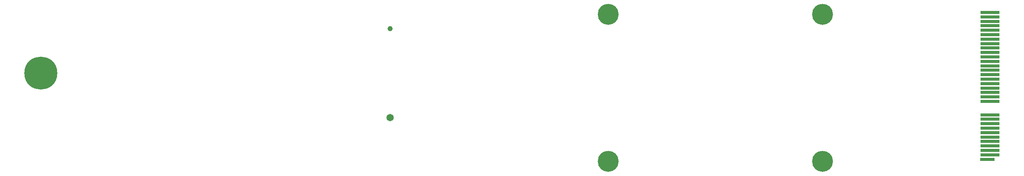
<source format=gbs>
%TF.GenerationSoftware,KiCad,Pcbnew,9.0.2*%
%TF.CreationDate,2025-06-03T00:46:39+06:00*%
%TF.ProjectId,OPI CM5 Blade board,4f504920-434d-4352-9042-6c6164652062,rev?*%
%TF.SameCoordinates,Original*%
%TF.FileFunction,Soldermask,Bot*%
%TF.FilePolarity,Negative*%
%FSLAX46Y46*%
G04 Gerber Fmt 4.6, Leading zero omitted, Abs format (unit mm)*
G04 Created by KiCad (PCBNEW 9.0.2) date 2025-06-03 00:46:39*
%MOMM*%
%LPD*%
G01*
G04 APERTURE LIST*
%ADD10C,4.700000*%
%ADD11C,1.150000*%
%ADD12C,1.650000*%
%ADD13C,7.400000*%
%ADD14R,3.200000X0.700000*%
%ADD15R,4.300000X0.700000*%
G04 APERTURE END LIST*
D10*
%TO.C,H2*%
X191673230Y-66294508D03*
%TD*%
D11*
%TO.C,J5*%
X142886500Y-36482000D03*
D12*
X142886500Y-56482000D03*
D13*
X64636500Y-46482000D03*
%TD*%
D10*
%TO.C,H3*%
X191673230Y-33294828D03*
%TD*%
%TO.C,H4*%
X239674150Y-33294828D03*
%TD*%
%TO.C,H1*%
X239674150Y-66294508D03*
%TD*%
D14*
%TO.C,J4*%
X276659000Y-65832000D03*
D15*
X277209000Y-64832000D03*
X277209000Y-63832000D03*
X277209000Y-62832000D03*
X277209000Y-61832000D03*
X277209000Y-60832000D03*
X277209000Y-59832000D03*
X277209000Y-58832000D03*
X277209000Y-57832000D03*
X277209000Y-56832000D03*
X277209000Y-55832000D03*
X277209000Y-52832000D03*
X277209000Y-51832000D03*
X277209000Y-50832000D03*
X277209000Y-49832000D03*
X277209000Y-48832000D03*
X277209000Y-47832000D03*
X277209000Y-46832000D03*
X277209000Y-45832000D03*
X277209000Y-44832000D03*
X277209000Y-43832000D03*
X277209000Y-42832000D03*
X277209000Y-41832000D03*
X277209000Y-40832000D03*
X277209000Y-39832000D03*
X277209000Y-38832000D03*
X277209000Y-37832000D03*
X277209000Y-36832000D03*
X277209000Y-35832000D03*
X277209000Y-34832000D03*
X277209000Y-33832000D03*
X277209000Y-32832000D03*
%TD*%
M02*

</source>
